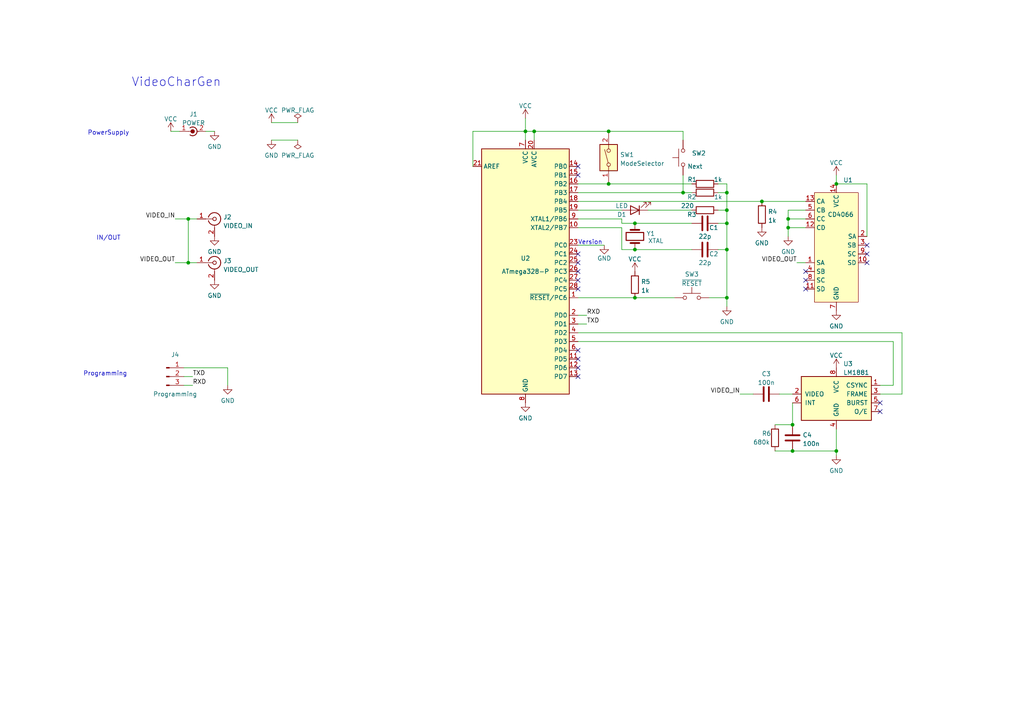
<source format=kicad_sch>
(kicad_sch (version 20211123) (generator eeschema)
  (paper "A4")
  (title_block (title "VideoCharGen") (date "2022-09-15") (rev "1") (company "Retrofficina GLG Programs") (comment 1 "http://retrofficina.glgprograms.it/") (comment 2 "giomba"))
  (lib_symbols
    (symbol "Connector:Conn_01x03_Male" (pin_names (offset 1.016) hide)
      (property "Reference" "J" (at 0 5.08 0))
      (property "Value" "Conn_01x03_Male" (at 0 -5.08 0))
      (symbol "Conn_01x03_Male_1_1"
        (polyline (pts (xy 1.27 -2.54) (xy 0.8636 -2.54)) (stroke (width 0.1524)))
        (polyline (pts (xy 1.27 0) (xy 0.8636 0)) (stroke (width 0.1524)))
        (polyline (pts (xy 1.27 2.54) (xy 0.8636 2.54)) (stroke (width 0.1524)))
        (rectangle (start 0.8636 -2.413) (end 0 -2.667) (stroke (width 0.1524)) (fill (type outline)))
        (rectangle (start 0.8636 0.127) (end 0 -0.127) (stroke (width 0.1524)) (fill (type outline)))
        (rectangle (start 0.8636 2.667) (end 0 2.413) (stroke (width 0.1524)) (fill (type outline)))
        (pin passive line (at 5.08 2.54 180) (length 3.81) (name "Pin_1") (number "1"))
        (pin passive line (at 5.08 0 180) (length 3.81) (name "Pin_2") (number "2"))
        (pin passive line (at 5.08 -2.54 180) (length 3.81) (name "Pin_3") (number "3"))
      )
    )
    (symbol "Connector:Conn_Coaxial" (pin_names (offset 1.016) hide)
      (property "Reference" "J" (at 0.254 3.048 0))
      (property "Value" "Conn_Coaxial" (at 2.921 0 90))
      (symbol "Conn_Coaxial_0_1"
        (arc (start -1.778 -0.508) (mid 0.2311 -1.8066) (end 1.778 0) (stroke (width 0.254)))
        (polyline (pts (xy -2.54 0) (xy -0.508 0)))
        (polyline (pts (xy 0 -2.54) (xy 0 -1.778)))
        (circle (center 0 0) (radius 0.508) (stroke (width 0.2032)))
        (arc (start 1.778 0) (mid 0.2099 1.8101) (end -1.778 0.508) (stroke (width 0.254)))
      )
      (symbol "Conn_Coaxial_1_1"
        (pin passive line (at -5.08 0 0) (length 2.54) (name "In") (number "1"))
        (pin passive line (at 0 -5.08 90) (length 2.54) (name "Ext") (number "2"))
      )
    )
    (symbol "Connector:Conn_Coaxial_Power" (pin_names (offset 1.016) hide)
      (property "Reference" "J" (at -5.08 -1.27 90))
      (property "Value" "Conn_Coaxial_Power" (at -3.175 -1.27 90))
      (symbol "Conn_Coaxial_Power_0_1"
        (arc (start -1.27 -1.27) (mid 0 -2.54) (end 1.27 -1.27) (stroke (width 0.254)))
        (arc (start -1.016 -0.508) (mid -1.2048 -0.8684) (end -1.27 -1.27) (stroke (width 0.254)))
        (circle (center 0 -1.27) (radius 0.508) (stroke (width 0.2032)) (fill (type outline)))
        (polyline (pts (xy 0 -2.54) (xy 0 -3.048)))
        (polyline (pts (xy 0 0) (xy 0 -1.27)))
        (arc (start 1.27 -1.27) (mid 1.2048 -0.8684) (end 1.016 -0.508) (stroke (width 0.254)))
      )
      (symbol "Conn_Coaxial_Power_1_1"
        (pin passive line (at 0 2.54 270) (length 2.54) (name "In") (number "1"))
        (pin passive line (at 0 -5.08 90) (length 2.54) (name "Ext") (number "2"))
      )
    )
    (symbol "Device:C" (pin_numbers hide) (pin_names (offset 0.254))
      (property "Reference" "C" (at 0.635 2.54 0))
      (property "Value" "C" (at 0.635 -2.54 0))
      (symbol "C_0_1"
        (polyline (pts (xy -2.032 -0.762) (xy 2.032 -0.762)) (stroke (width 0.508)))
        (polyline (pts (xy -2.032 0.762) (xy 2.032 0.762)) (stroke (width 0.508)))
      )
      (symbol "C_1_1"
        (pin passive line (at 0 3.81 270) (length 2.794) (name "~") (number "1"))
        (pin passive line (at 0 -3.81 90) (length 2.794) (name "~") (number "2"))
      )
    )
    (symbol "Device:Crystal" (pin_numbers hide) (pin_names (offset 1.016) hide)
      (property "Reference" "Y" (at 0 3.81 0))
      (property "Value" "Crystal" (at 0 -3.81 0))
      (symbol "Crystal_0_1"
        (rectangle (start -1.143 2.54) (end 1.143 -2.54) (stroke (width 0.3048)))
        (polyline (pts (xy -2.54 0) (xy -1.905 0)))
        (polyline (pts (xy -1.905 -1.27) (xy -1.905 1.27)) (stroke (width 0.508)))
        (polyline (pts (xy 1.905 -1.27) (xy 1.905 1.27)) (stroke (width 0.508)))
        (polyline (pts (xy 2.54 0) (xy 1.905 0)))
      )
      (symbol "Crystal_1_1"
        (pin passive line (at -3.81 0 0) (length 1.27) (name "1") (number "1"))
        (pin passive line (at 3.81 0 180) (length 1.27) (name "2") (number "2"))
      )
    )
    (symbol "Device:LED" (pin_numbers hide) (pin_names (offset 1.016) hide)
      (property "Reference" "D" (at 0 2.54 0))
      (property "Value" "LED" (at 0 -2.54 0))
      (symbol "LED_0_1"
        (polyline (pts (xy -1.27 -1.27) (xy -1.27 1.27)) (stroke (width 0.254)))
        (polyline (pts (xy -1.27 0) (xy 1.27 0)))
        (polyline (pts (xy 1.27 -1.27) (xy 1.27 1.27) (xy -1.27 0) (xy 1.27 -1.27)) (stroke (width 0.254)))
        (polyline (pts (xy -3.048 -0.762) (xy -4.572 -2.286) (xy -3.81 -2.286) (xy -4.572 -2.286) (xy -4.572 -1.524)))
        (polyline (pts (xy -1.778 -0.762) (xy -3.302 -2.286) (xy -2.54 -2.286) (xy -3.302 -2.286) (xy -3.302 -1.524)))
      )
      (symbol "LED_1_1"
        (pin passive line (at -3.81 0 0) (length 2.54) (name "K") (number "1"))
        (pin passive line (at 3.81 0 180) (length 2.54) (name "A") (number "2"))
      )
    )
    (symbol "Device:R" (pin_numbers hide) (pin_names (offset 0))
      (property "Reference" "R" (at 2.032 0 90))
      (property "Value" "R" (at 0 0 90))
      (symbol "R_0_1"
        (rectangle (start -1.016 -2.54) (end 1.016 2.54) (stroke (width 0.254)))
      )
      (symbol "R_1_1"
        (pin passive line (at 0 3.81 270) (length 1.27) (name "~") (number "1"))
        (pin passive line (at 0 -3.81 90) (length 1.27) (name "~") (number "2"))
      )
    )
    (symbol "MCU_Microchip_ATmega:ATmega328-P"
      (property "Reference" "U" (at -12.7 36.83 0))
      (property "Value" "ATmega328-P" (at 2.54 -36.83 0))
      (symbol "ATmega328-P_0_1"
        (rectangle (start -12.7 -35.56) (end 12.7 35.56) (stroke (width 0.254)) (fill (type background)))
      )
      (symbol "ATmega328-P_1_1"
        (pin bidirectional line (at 15.24 -7.62 180) (length 2.54) (name "~{RESET}/PC6") (number "1"))
        (pin bidirectional line (at 15.24 12.7 180) (length 2.54) (name "XTAL2/PB7") (number "10"))
        (pin bidirectional line (at 15.24 -25.4 180) (length 2.54) (name "PD5") (number "11"))
        (pin bidirectional line (at 15.24 -27.94 180) (length 2.54) (name "PD6") (number "12"))
        (pin bidirectional line (at 15.24 -30.48 180) (length 2.54) (name "PD7") (number "13"))
        (pin bidirectional line (at 15.24 30.48 180) (length 2.54) (name "PB0") (number "14"))
        (pin bidirectional line (at 15.24 27.94 180) (length 2.54) (name "PB1") (number "15"))
        (pin bidirectional line (at 15.24 25.4 180) (length 2.54) (name "PB2") (number "16"))
        (pin bidirectional line (at 15.24 22.86 180) (length 2.54) (name "PB3") (number "17"))
        (pin bidirectional line (at 15.24 20.32 180) (length 2.54) (name "PB4") (number "18"))
        (pin bidirectional line (at 15.24 17.78 180) (length 2.54) (name "PB5") (number "19"))
        (pin bidirectional line (at 15.24 -12.7 180) (length 2.54) (name "PD0") (number "2"))
        (pin power_in line (at 2.54 38.1 270) (length 2.54) (name "AVCC") (number "20"))
        (pin passive line (at -15.24 30.48 0) (length 2.54) (name "AREF") (number "21"))
        (pin passive line (at 0 -38.1 90) (length 2.54) hide (name "GND") (number "22"))
        (pin bidirectional line (at 15.24 7.62 180) (length 2.54) (name "PC0") (number "23"))
        (pin bidirectional line (at 15.24 5.08 180) (length 2.54) (name "PC1") (number "24"))
        (pin bidirectional line (at 15.24 2.54 180) (length 2.54) (name "PC2") (number "25"))
        (pin bidirectional line (at 15.24 0 180) (length 2.54) (name "PC3") (number "26"))
        (pin bidirectional line (at 15.24 -2.54 180) (length 2.54) (name "PC4") (number "27"))
        (pin bidirectional line (at 15.24 -5.08 180) (length 2.54) (name "PC5") (number "28"))
        (pin bidirectional line (at 15.24 -15.24 180) (length 2.54) (name "PD1") (number "3"))
        (pin bidirectional line (at 15.24 -17.78 180) (length 2.54) (name "PD2") (number "4"))
        (pin bidirectional line (at 15.24 -20.32 180) (length 2.54) (name "PD3") (number "5"))
        (pin bidirectional line (at 15.24 -22.86 180) (length 2.54) (name "PD4") (number "6"))
        (pin power_in line (at 0 38.1 270) (length 2.54) (name "VCC") (number "7"))
        (pin power_in line (at 0 -38.1 90) (length 2.54) (name "GND") (number "8"))
        (pin bidirectional line (at 15.24 15.24 180) (length 2.54) (name "XTAL1/PB6") (number "9"))
      )
    )
    (symbol "Switch:SW_DIP_x01" (pin_names (offset 0) hide)
      (property "Reference" "SW" (at 0 3.81 0))
      (property "Value" "SW_DIP_x01" (at 0 -3.81 0))
      (symbol "SW_DIP_x01_0_0"
        (circle (center -2.032 0) (radius 0.508))
        (polyline (pts (xy -1.524 0.127) (xy 2.3622 1.1684)))
        (circle (center 2.032 0) (radius 0.508))
      )
      (symbol "SW_DIP_x01_0_1"
        (rectangle (start -3.81 2.54) (end 3.81 -2.54) (stroke (width 0.254)) (fill (type background)))
      )
      (symbol "SW_DIP_x01_1_1"
        (pin passive line (at -7.62 0 0) (length 5.08) (name "~") (number "1"))
        (pin passive line (at 7.62 0 180) (length 5.08) (name "~") (number "2"))
      )
    )
    (symbol "Switch:SW_Push" (pin_numbers hide) (pin_names (offset 1.016) hide)
      (property "Reference" "SW" (at 1.27 2.54 0))
      (property "Value" "SW_Push" (at 0 -1.524 0))
      (symbol "SW_Push_0_1"
        (circle (center -2.032 0) (radius 0.508))
        (polyline (pts (xy 0 1.27) (xy 0 3.048)))
        (polyline (pts (xy 2.54 1.27) (xy -2.54 1.27)))
        (circle (center 2.032 0) (radius 0.508))
        (pin passive line (at -5.08 0 0) (length 2.54) (name "1") (number "1"))
        (pin passive line (at 5.08 0 180) (length 2.54) (name "2") (number "2"))
      )
    )
    (symbol "Video:LM1881" (pin_names (offset 1.016))
      (property "Reference" "U" (at -8.89 8.89 0))
      (property "Value" "LM1881" (at 6.35 8.89 0))
      (symbol "LM1881_0_1"
        (rectangle (start -10.16 7.62) (end 10.16 -5.08) (stroke (width 0.254)) (fill (type background)))
      )
      (symbol "LM1881_1_1"
        (pin output line (at 12.7 5.08 180) (length 2.54) (name "CSYNC") (number "1"))
        (pin input line (at -12.7 2.54 0) (length 2.54) (name "VIDEO") (number "2"))
        (pin output line (at 12.7 2.54 180) (length 2.54) (name "FRAME") (number "3"))
        (pin power_in line (at 0 -7.62 90) (length 2.54) (name "GND") (number "4"))
        (pin output line (at 12.7 0 180) (length 2.54) (name "BURST") (number "5"))
        (pin input line (at -12.7 0 0) (length 2.54) (name "INT") (number "6"))
        (pin output line (at 12.7 -2.54 180) (length 2.54) (name "O/E") (number "7"))
        (pin power_in line (at 0 10.16 270) (length 2.54) (name "VCC") (number "8"))
      )
    )
    (symbol "giomba-klib:CD4066"
      (property "Reference" "U" (at 0 -15.24 0))
      (property "Value" "CD4066" (at 0 -3.81 90))
      (symbol "CD4066_0_1"
        (rectangle (start -6.35 6.35) (end 6.35 -25.4) (stroke (width 0.1524)) (fill (type background)))
      )
      (symbol "CD4066_1_1"
        (pin bidirectional line (at -8.89 -13.97 0) (length 2.54) (name "SA") (number "1"))
        (pin bidirectional line (at 8.89 -13.97 180) (length 2.54) (name "SD") (number "10"))
        (pin bidirectional line (at -8.89 -21.59 0) (length 2.54) (name "SD") (number "11"))
        (pin input line (at -8.89 -3.81 0) (length 2.54) (name "CD") (number "12"))
        (pin input line (at -8.89 3.81 0) (length 2.54) (name "CA") (number "13"))
        (pin power_in line (at 0 8.89 270) (length 2.54) (name "VCC") (number "14"))
        (pin bidirectional line (at 8.89 -6.35 180) (length 2.54) (name "SA") (number "2"))
        (pin bidirectional line (at 8.89 -8.89 180) (length 2.54) (name "SB") (number "3"))
        (pin bidirectional line (at -8.89 -16.51 0) (length 2.54) (name "SB") (number "4"))
        (pin input line (at -8.89 1.27 0) (length 2.54) (name "CB") (number "5"))
        (pin input line (at -8.89 -1.27 0) (length 2.54) (name "CC") (number "6"))
        (pin power_in line (at 0 -27.94 90) (length 2.54) (name "GND") (number "7"))
        (pin bidirectional line (at -8.89 -19.05 0) (length 2.54) (name "SC") (number "8"))
        (pin bidirectional line (at 8.89 -11.43 180) (length 2.54) (name "SC") (number "9"))
      )
    )
    (symbol "power:GND" (power) (pin_names (offset 0))
      (property "Value" "GND" (at 0 -3.81 0))
      (symbol "GND_0_1"
        (polyline (pts (xy 0 0) (xy 0 -1.27) (xy 1.27 -1.27) (xy 0 -2.54) (xy -1.27 -1.27) (xy 0 -1.27)))
      )
      (symbol "GND_1_1"
        (pin power_in line (at 0 0 270) (length 0) hide (name "GND") (number "1"))
      )
    )
    (symbol "power:PWR_FLAG" (power) (pin_numbers hide) (pin_names (offset 0) hide)
      (property "Value" "PWR_FLAG" (at 0 3.81 0))
      (symbol "PWR_FLAG_0_0"
        (pin power_out line (at 0 0 90) (length 0) (name "pwr") (number "1"))
      )
      (symbol "PWR_FLAG_0_1"
        (polyline (pts (xy 0 0) (xy 0 1.27) (xy -1.016 1.905) (xy 0 2.54) (xy 1.016 1.905) (xy 0 1.27)))
      )
    )
    (symbol "power:VCC" (power) (pin_names (offset 0))
      (property "Value" "VCC" (at 0 3.81 0))
      (symbol "VCC_0_1"
        (polyline (pts (xy -0.762 1.27) (xy 0 2.54)))
        (polyline (pts (xy 0 0) (xy 0 2.54)))
        (polyline (pts (xy 0 2.54) (xy 0.762 1.27)))
      )
      (symbol "VCC_1_1"
        (pin power_in line (at 0 0 90) (length 0) hide (name "VCC") (number "1"))
      )
    )
  )
  (junction (at 210.82 55.88))
  (junction (at 242.57 130.81))
  (junction (at 184.15 72.39))
  (junction (at 176.53 38.1))
  (junction (at 229.87 130.81))
  (junction (at 154.94 38.1))
  (junction (at 220.98 58.42))
  (junction (at 210.82 64.77))
  (junction (at 152.4 38.1))
  (junction (at 210.82 86.36))
  (junction (at 184.15 64.77))
  (junction (at 228.6 66.04))
  (junction (at 228.6 63.5))
  (junction (at 54.61 76.2))
  (junction (at 210.82 60.96))
  (junction (at 229.87 123.19))
  (junction (at 184.15 86.36))
  (junction (at 210.82 72.39))
  (junction (at 176.53 53.34))
  (junction (at 242.57 53.34))
  (junction (at 198.12 55.88))
  (junction (at 54.61 63.5))
  (no_connect (at 251.46 76.2))
  (no_connect (at 233.68 83.82))
  (no_connect (at 251.46 73.66))
  (no_connect (at 233.68 81.28))
  (no_connect (at 233.68 78.74))
  (no_connect (at 251.46 71.12))
  (no_connect (at 167.64 81.28))
  (no_connect (at 167.64 73.66))
  (no_connect (at 167.64 76.2))
  (no_connect (at 167.64 78.74))
  (no_connect (at 167.64 48.26))
  (no_connect (at 167.64 50.8))
  (no_connect (at 167.64 83.82))
  (no_connect (at 167.64 101.6))
  (no_connect (at 167.64 104.14))
  (no_connect (at 167.64 106.68))
  (no_connect (at 255.27 116.84))
  (no_connect (at 167.64 109.22))
  (no_connect (at 255.27 119.38))
  (wire (pts (xy 228.6 63.5) (xy 233.68 63.5)))
  (wire (pts (xy 180.34 63.5) (xy 180.34 64.77)))
  (wire (pts (xy 180.34 72.39) (xy 184.15 72.39)))
  (wire (pts (xy 198.12 38.1) (xy 198.12 40.64)))
  (wire (pts (xy 180.34 66.04) (xy 180.34 72.39)))
  (wire (pts (xy 180.34 64.77) (xy 184.15 64.77)))
  (wire (pts (xy 198.12 50.8) (xy 198.12 55.88)))
  (wire (pts (xy 210.82 72.39) (xy 210.82 86.36)))
  (wire (pts (xy 208.28 55.88) (xy 210.82 55.88)))
  (wire (pts (xy 59.69 38.1) (xy 62.23 38.1)))
  (wire (pts (xy 167.64 86.36) (xy 184.15 86.36)))
  (wire (pts (xy 210.82 64.77) (xy 210.82 72.39)))
  (wire (pts (xy 224.79 130.81) (xy 229.87 130.81)))
  (wire (pts (xy 54.61 63.5) (xy 57.15 63.5)))
  (wire (pts (xy 167.64 91.44) (xy 170.18 91.44)))
  (wire (pts (xy 261.62 96.52) (xy 167.64 96.52)))
  (wire (pts (xy 208.28 53.34) (xy 210.82 53.34)))
  (wire (pts (xy 78.74 35.56) (xy 86.36 35.56)))
  (wire (pts (xy 229.87 123.19) (xy 224.79 123.19)))
  (wire (pts (xy 228.6 66.04) (xy 228.6 63.5)))
  (wire (pts (xy 184.15 64.77) (xy 200.66 64.77)))
  (wire (pts (xy 167.64 55.88) (xy 198.12 55.88)))
  (wire (pts (xy 49.53 38.1) (xy 52.07 38.1)))
  (wire (pts (xy 137.16 38.1) (xy 137.16 48.26)))
  (wire (pts (xy 154.94 38.1) (xy 154.94 40.64)))
  (wire (pts (xy 255.27 114.3) (xy 261.62 114.3)))
  (wire (pts (xy 228.6 66.04) (xy 228.6 68.58)))
  (wire (pts (xy 233.68 60.96) (xy 228.6 60.96)))
  (wire (pts (xy 152.4 38.1) (xy 137.16 38.1)))
  (wire (pts (xy 167.64 93.98) (xy 170.18 93.98)))
  (wire (pts (xy 167.64 53.34) (xy 176.53 53.34)))
  (wire (pts (xy 53.34 111.76) (xy 55.88 111.76)))
  (wire (pts (xy 50.8 76.2) (xy 54.61 76.2)))
  (wire (pts (xy 154.94 38.1) (xy 176.53 38.1)))
  (wire (pts (xy 167.64 60.96) (xy 180.34 60.96)))
  (wire (pts (xy 205.74 86.36) (xy 210.82 86.36)))
  (wire (pts (xy 66.04 106.68) (xy 66.04 111.76)))
  (wire (pts (xy 54.61 63.5) (xy 54.61 76.2)))
  (wire (pts (xy 78.74 40.64) (xy 86.36 40.64)))
  (wire (pts (xy 210.82 53.34) (xy 210.82 55.88)))
  (wire (pts (xy 229.87 116.84) (xy 229.87 123.19)))
  (wire (pts (xy 176.53 38.1) (xy 198.12 38.1)))
  (wire (pts (xy 242.57 50.8) (xy 242.57 53.34)))
  (wire (pts (xy 53.34 106.68) (xy 66.04 106.68)))
  (wire (pts (xy 167.64 71.12) (xy 175.26 71.12)))
  (wire (pts (xy 184.15 86.36) (xy 195.58 86.36)))
  (wire (pts (xy 231.14 76.2) (xy 233.68 76.2)))
  (wire (pts (xy 220.98 58.42) (xy 233.68 58.42)))
  (wire (pts (xy 261.62 114.3) (xy 261.62 96.52)))
  (wire (pts (xy 210.82 72.39) (xy 208.28 72.39)))
  (wire (pts (xy 259.08 111.76) (xy 255.27 111.76)))
  (wire (pts (xy 210.82 55.88) (xy 210.82 60.96)))
  (wire (pts (xy 251.46 53.34) (xy 251.46 68.58)))
  (wire (pts (xy 242.57 132.08) (xy 242.57 130.81)))
  (wire (pts (xy 208.28 60.96) (xy 210.82 60.96)))
  (wire (pts (xy 152.4 34.29) (xy 152.4 38.1)))
  (wire (pts (xy 50.8 63.5) (xy 54.61 63.5)))
  (wire (pts (xy 152.4 38.1) (xy 154.94 38.1)))
  (wire (pts (xy 226.06 114.3) (xy 229.87 114.3)))
  (wire (pts (xy 242.57 53.34) (xy 251.46 53.34)))
  (wire (pts (xy 210.82 60.96) (xy 210.82 64.77)))
  (wire (pts (xy 167.64 66.04) (xy 180.34 66.04)))
  (wire (pts (xy 210.82 86.36) (xy 210.82 88.9)))
  (wire (pts (xy 54.61 76.2) (xy 57.15 76.2)))
  (wire (pts (xy 208.28 64.77) (xy 210.82 64.77)))
  (wire (pts (xy 214.63 114.3) (xy 218.44 114.3)))
  (wire (pts (xy 53.34 109.22) (xy 55.88 109.22)))
  (wire (pts (xy 167.64 58.42) (xy 220.98 58.42)))
  (wire (pts (xy 176.53 53.34) (xy 200.66 53.34)))
  (wire (pts (xy 184.15 72.39) (xy 200.66 72.39)))
  (wire (pts (xy 152.4 38.1) (xy 152.4 40.64)))
  (wire (pts (xy 187.96 60.96) (xy 200.66 60.96)))
  (wire (pts (xy 167.64 63.5) (xy 180.34 63.5)))
  (wire (pts (xy 228.6 60.96) (xy 228.6 63.5)))
  (wire (pts (xy 198.12 55.88) (xy 200.66 55.88)))
  (wire (pts (xy 229.87 130.81) (xy 242.57 130.81)))
  (wire (pts (xy 233.68 66.04) (xy 228.6 66.04)))
  (wire (pts (xy 242.57 130.81) (xy 242.57 124.46)))
  (wire (pts (xy 167.64 99.06) (xy 259.08 99.06)))
  (wire (pts (xy 259.08 99.06) (xy 259.08 111.76)))
  (text "VideoCharGen" (at 38.1 25.4 0) (effects (font (size 2.54 2.54)) (justify left bottom)))
  (text "IN/OUT" (at 27.94 69.85 0) (effects (font (size 1.27 1.27)) (justify left bottom)))
  (text "Programming" (at 24.13 109.22 0) (effects (font (size 1.27 1.27)) (justify left bottom)))
  (text "PowerSupply" (at 25.4 39.37 0) (effects (font (size 1.27 1.27)) (justify left bottom)))
  (text "Version" (at 167.64 71.12 0) (effects (font (size 1.27 1.27)) (justify left bottom)))
  (label "TXD" (at 55.88 109.22 0))
  (label "VIDEO_IN" (at 214.63 114.3 180))
  (label "VIDEO_OUT" (at 231.14 76.2 180))
  (label "VIDEO_OUT" (at 50.8 76.2 180))
  (label "RXD" (at 170.18 91.44 0))
  (label "TXD" (at 170.18 93.98 0))
  (label "VIDEO_IN" (at 50.8 63.5 180))
  (label "RXD" (at 55.88 111.76 0))
  (symbol (lib_id "Device:C") (at 204.47 64.77 90) (unit 1)
    (property "Reference" "C1" (at 207.01 66.04 90))
    (property "Value" "22p" (at 204.47 68.58 90))
  )
  (symbol (lib_id "Device:LED") (at 184.15 60.96 180) (unit 1)
    (property "Reference" "D1" (at 180.34 62.23 0))
    (property "Value" "LED" (at 180.34 59.69 0))
  )
  (symbol (lib_id "Connector:Conn_01x03_Male") (at 48.26 109.22 0) (unit 1)
    (property "Reference" "J4" (at 50.8 102.87 0))
    (property "Value" "Programming" (at 50.8 114.3 0))
  )
  (symbol (lib_id "power:GND") (at 78.74 40.64 0) (unit 1)
    (property "Reference" "#PWR05" (effects hide))
    (property "Value" "GND" (at 78.74 45.0834 0))
  )
  (symbol (lib_id "power:GND") (at 242.57 90.17 0) (unit 1)
    (property "Reference" "#PWR014" (effects hide))
    (property "Value" "GND" (at 242.57 94.6134 0))
  )
  (symbol (lib_id "power:GND") (at 62.23 81.28 0) (unit 1)
    (property "Reference" "#PWR012" (effects hide))
    (property "Value" "GND" (at 62.23 85.7234 0))
  )
  (symbol (lib_id "power:GND") (at 152.4 116.84 0) (unit 1)
    (property "Reference" "#PWR017" (effects hide))
    (property "Value" "GND" (at 152.4 121.2834 0))
  )
  (symbol (lib_id "power:GND") (at 228.6 68.58 0) (unit 1)
    (property "Reference" "#PWR09" (effects hide))
    (property "Value" "GND" (at 228.6 73.0234 0))
  )
  (symbol (lib_id "power:VCC") (at 49.53 38.1 0) (unit 1)
    (property "Reference" "#PWR03" (effects hide))
    (property "Value" "VCC" (at 49.53 34.5242 0))
  )
  (symbol (lib_id "power:GND") (at 242.57 132.08 0) (unit 1)
    (property "Reference" "#PWR018" (effects hide))
    (property "Value" "GND" (at 242.57 136.5234 0))
  )
  (symbol (lib_id "Switch:SW_Push") (at 198.12 45.72 90) (unit 1)
    (property "Reference" "SW2" (at 200.66 44.45 90) (effects (justify right)))
    (property "Value" "Next" (at 199.39 48.26 90) (effects (justify right)))
  )
  (symbol (lib_id "Device:R") (at 204.47 55.88 90) (unit 1)
    (property "Reference" "R2" (at 200.66 57.15 90))
    (property "Value" "1k" (at 208.28 57.15 90))
  )
  (symbol (lib_id "power:VCC") (at 78.74 35.56 0) (unit 1)
    (property "Reference" "#PWR02" (effects hide))
    (property "Value" "VCC" (at 78.74 31.9842 0))
  )
  (symbol (lib_id "power:GND") (at 62.23 38.1 0) (unit 1)
    (property "Reference" "#PWR04" (effects hide))
    (property "Value" "GND" (at 62.23 42.5434 0))
  )
  (symbol (lib_id "Device:Crystal") (at 184.15 68.58 90) (unit 1)
    (property "Reference" "Y1" (at 187.4774 67.7453 90) (effects (justify right)))
    (property "Value" "XTAL" (at 187.96 69.85 90) (effects (justify right)))
  )
  (symbol (lib_id "Device:R") (at 224.79 127 0) (unit 1)
    (property "Reference" "R6" (at 220.98 125.73 0) (effects (justify left)))
    (property "Value" "680k" (at 218.44 128.27 0) (effects (justify left)))
  )
  (symbol (lib_id "Device:R") (at 204.47 53.34 270) (unit 1)
    (property "Reference" "R1" (at 199.39 52.07 90) (effects (justify left)))
    (property "Value" "1k" (at 207.01 52.07 90) (effects (justify left)))
  )
  (symbol (lib_id "power:VCC") (at 242.57 106.68 0) (unit 1)
    (property "Reference" "#PWR015" (effects hide))
    (property "Value" "VCC" (at 242.57 103.1042 0))
  )
  (symbol (lib_id "Connector:Conn_Coaxial") (at 62.23 63.5 0) (unit 1)
    (property "Reference" "J2" (at 64.7701 62.9585 0) (effects (justify left)))
    (property "Value" "VIDEO_IN" (at 64.7701 65.4954 0) (effects (justify left)))
    (property "Datasheet" " ~" (effects hide))
  )
  (symbol (lib_id "Switch:SW_DIP_x01") (at 176.53 45.72 90) (unit 1)
    (property "Reference" "SW1" (at 179.832 44.8853 90) (effects (justify right)))
    (property "Value" "ModeSelector" (at 179.832 47.4222 90) (effects (justify right)))
  )
  (symbol (lib_id "power:VCC") (at 242.57 50.8 0) (unit 1)
    (property "Reference" "#PWR06" (effects hide))
    (property "Value" "VCC" (at 242.57 47.2242 0))
  )
  (symbol (lib_id "giomba-klib:CD4066") (at 242.57 62.23 0) (unit 1)
    (property "Reference" "U1" (at 244.5894 52.231 0) (effects (justify left)))
    (property "Value" "CD4066" (at 240.03 62.23 0) (effects (justify left)))
  )
  (symbol (lib_id "power:PWR_FLAG") (at 86.36 35.56 0) (unit 1)
    (property "Reference" "#FLG01" (effects hide))
    (property "Value" "PWR_FLAG" (at 86.36 31.9842 0))
  )
  (symbol (lib_id "Switch:SW_Push") (at 200.66 86.36 0) (unit 1)
    (property "Reference" "SW3" (at 200.66 79.5482 0))
    (property "Value" "~{RESET}" (at 200.66 82.2391 0))
  )
  (symbol (lib_id "MCU_Microchip_ATmega:ATmega328-P") (at 152.4 78.74 0) (unit 1)
    (property "Reference" "U2" (at 152.4 74.93 0))
    (property "Value" "ATmega328-P" (at 152.4 78.74 0))
    (property "Footprint" "Package_DIP:DIP-28_W7.62mm" (effects hide))
    (property "Datasheet" "http://ww1.microchip.com/downloads/en/DeviceDoc/ATmega328_P%20AVR%20MCU%20with%20picoPower%20Technology%20Data%20Sheet%2040001984A.pdf" (effects hide))
  )
  (symbol (lib_id "Video:LM1881") (at 242.57 116.84 0) (unit 1)
    (property "Reference" "U3" (at 244.5894 105.5202 0) (effects (justify left)))
    (property "Value" "LM1881" (at 244.5894 108.0571 0) (effects (justify left)))
  )
  (symbol (lib_id "Connector:Conn_Coaxial_Power") (at 54.61 38.1 90) (unit 1)
    (property "Reference" "J1" (at 56.134 33.1302 90))
    (property "Value" "POWER" (at 56.134 35.6671 90))
  )
  (symbol (lib_id "power:GND") (at 210.82 88.9 0) (unit 1)
    (property "Reference" "#PWR013" (effects hide))
    (property "Value" "GND" (at 210.82 93.3434 0))
  )
  (symbol (lib_id "Device:R") (at 184.15 82.55 180) (unit 1)
    (property "Reference" "R5" (at 185.928 81.7153 0) (effects (justify right)))
    (property "Value" "1k" (at 185.928 84.2522 0) (effects (justify right)))
  )
  (symbol (lib_id "power:GND") (at 220.98 66.04 0) (unit 1)
    (property "Reference" "#PWR07" (effects hide))
    (property "Value" "GND" (at 220.98 70.4834 0))
  )
  (symbol (lib_id "power:PWR_FLAG") (at 86.36 40.64 180) (unit 1)
    (property "Reference" "#FLG02" (effects hide))
    (property "Value" "PWR_FLAG" (at 86.36 45.0834 0))
  )
  (symbol (lib_id "Device:C") (at 222.25 114.3 270) (unit 1)
    (property "Reference" "C3" (at 222.25 108.4412 90))
    (property "Value" "100n" (at 222.25 110.9781 90))
  )
  (symbol (lib_id "Device:R") (at 204.47 60.96 90) (unit 1)
    (property "Reference" "R3" (at 200.66 62.23 90))
    (property "Value" "220" (at 199.39 59.69 90))
  )
  (symbol (lib_id "power:GND") (at 175.26 71.12 0) (unit 1)
    (property "Reference" "#PWR010" (effects hide))
    (property "Value" "GND" (at 175.26 74.93 0))
  )
  (symbol (lib_id "power:VCC") (at 184.15 78.74 0) (unit 1)
    (property "Reference" "#PWR011" (effects hide))
    (property "Value" "VCC" (at 184.15 75.1642 0))
  )
  (symbol (lib_id "Device:C") (at 229.87 127 0) (unit 1)
    (property "Reference" "C4" (at 232.791 126.1653 0) (effects (justify left)))
    (property "Value" "100n" (at 232.791 128.7022 0) (effects (justify left)))
  )
  (symbol (lib_id "Connector:Conn_Coaxial") (at 62.23 76.2 0) (unit 1)
    (property "Reference" "J3" (at 64.77 75.6585 0) (effects (justify left)))
    (property "Value" "VIDEO_OUT" (at 64.77 78.1954 0) (effects (justify left)))
    (property "Datasheet" " ~" (effects hide))
  )
  (symbol (lib_id "power:GND") (at 66.04 111.76 0) (unit 1)
    (property "Reference" "#PWR016" (effects hide))
    (property "Value" "GND" (at 66.04 116.2034 0))
  )
  (symbol (lib_id "power:VCC") (at 152.4 34.29 0) (unit 1)
    (property "Reference" "#PWR01" (effects hide))
    (property "Value" "VCC" (at 152.4 30.7142 0))
  )
  (symbol (lib_id "power:GND") (at 62.23 68.58 0) (unit 1)
    (property "Reference" "#PWR08" (effects hide))
    (property "Value" "GND" (at 62.23 73.0234 0))
  )
  (symbol (lib_id "Device:C") (at 204.47 72.39 90) (unit 1)
    (property "Reference" "C2" (at 207.01 73.66 90))
    (property "Value" "22p" (at 204.47 76.2 90))
  )
  (symbol (lib_id "Device:R") (at 220.98 62.23 0) (unit 1)
    (property "Reference" "R4" (at 222.758 61.3953 0) (effects (justify left)))
    (property "Value" "1k" (at 222.758 63.9322 0) (effects (justify left)))
  )
)
</source>
